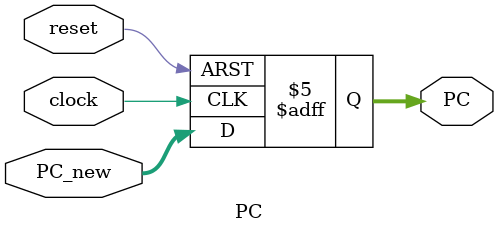
<source format=v>

`include "constants.h"
`timescale 1ns/1ps

module ALU (out, zero, inA, inB, op);
  parameter N = 32;
  output [N-1:0] out;
  output zero;
  input  [N-1:0] inA, inB;
  input    [3:0] op;

  reg [N-1:0] ALU_result ;
  assign out = ALU_result;
  assign zero = !out ;

  always @(*)begin
    case(op)
      4'b0000:
        begin
          ALU_result = inA & inB ;
        end
      4'b0001:
        begin
          ALU_result = inA | inB ;
        end  
      4'b0010:
        begin
          ALU_result = inA + inB ;
        end
      4'b0110:
        begin
          ALU_result = inA - inB ;
        end
      4'b0111:
        begin
          ALU_result = ((inA < inB)?1:0) ;
        end
      4'b1100:
        begin
          ALU_result = ~(inA | inB);
        end
      default: ALU_result = 4'bx ;
    endcase
  end
endmodule


// Memory (active 1024 words, from 10 address ).
// Read : enable ren, address addr, data dout
// Write: enable wen, address addr, data din.
module Memory (clock,reset,ren, wen, addr, din, dout);
  input clock,reset;
  input         ren, wen;
  input  [31:0] addr, din;
  output [31:0] dout;

  reg [31:0] data[4095:0];
  wire [31:0] dout;
  integer i ;

  always @(ren or wen)   // It does not correspond to hardware. Just for error detection
    if (ren & wen)
      $display ("\nMemory ERROR (time %0d): ren and wen both active!\n", $time);

  always @(posedge ren or posedge wen) begin // It does not correspond to hardware. Just for error detection
    if (addr[31:10] != 0)
      $display("Memory WARNING (time %0d): address msbs are not zero\n", $time);
  end  

  assign dout = ((wen==1'b0) && (ren==1'b1)) ? data[addr[9:0]] : 32'bx;  
  
  always @(negedge clock /*or din or wen or ren or addr */or negedge reset)
   begin
    if(!reset)
      for(i=0; i<4096; i=i+1)begin
        data[i] = 31'h0;
      end
    if ((wen == 1'b1) && (ren==1'b0))
        data[addr[9:0]] <= din;
   end

endmodule


// Register File. Input ports: address raA, data rdA
//                            address raB, data rdB
//                Write port: address wa, data wd, enable wen.
module RegFile (clock, reset, raA, raB, wa, wen, wd, rdA, rdB);
  input clock, reset;
  input [4:0]raA, raB, wa;
  input wen;
  input [31:0] wd ;
  output [31:0] rdA, rdB;

  reg signed [31:0] data[31:0] ;
  integer i;

  assign rdA = data[raA] ;
  assign rdB = data[raB] ;

  always @(negedge clock or negedge reset)
  begin
    if(!reset) begin
      for(i=0; i<=31; i=i+1) begin
        data[i] = 32'b0;
      end
    end
    else if(wen) begin
      data[wa] <= wd;
    end
  end
endmodule

module PC(clock, reset, PC, PC_new);
  input [31:0] PC_new ;
  input clock ,reset;
  output reg [31:0] PC;

  always@(negedge clock or negedge reset)
  begin
    if(reset == 1'b0)
      PC = 0;
    else
      PC <= PC_new ;
  end
endmodule




</source>
